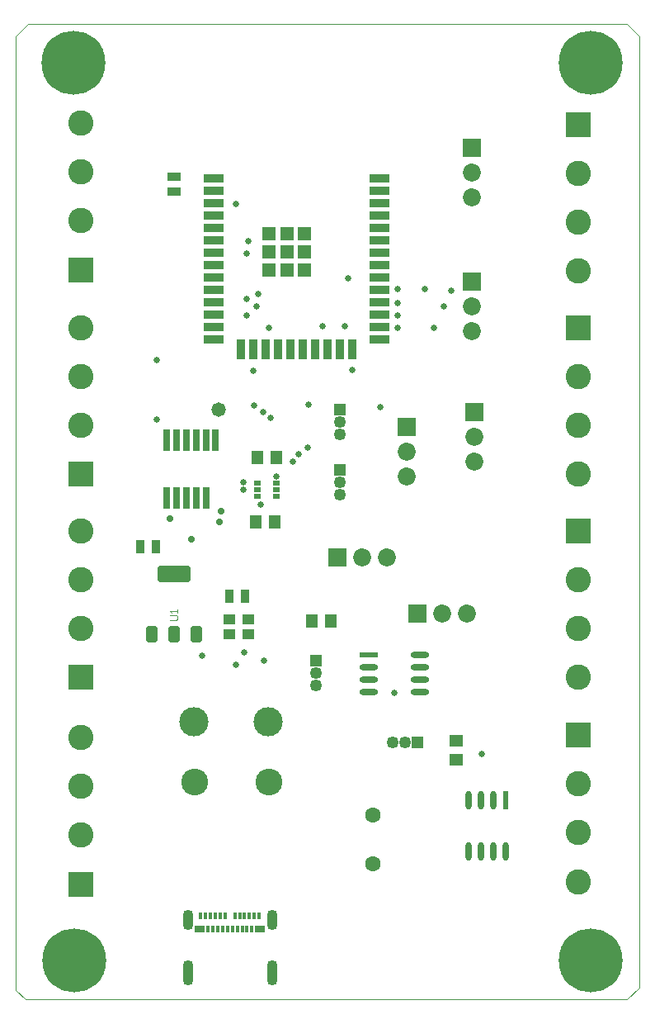
<source format=gts>
G04*
G04 #@! TF.GenerationSoftware,Altium Limited,Altium Designer,22.7.1 (60)*
G04*
G04 Layer_Color=8388736*
%FSLAX25Y25*%
%MOIN*%
G70*
G04*
G04 #@! TF.SameCoordinates,B0270450-B435-420B-BE19-FF0628D395ED*
G04*
G04*
G04 #@! TF.FilePolarity,Negative*
G04*
G01*
G75*
%ADD16C,0.00004*%
%ADD17C,0.00394*%
%ADD18R,0.01181X0.02756*%
%ADD19R,0.03937X0.02756*%
%ADD21R,0.04953X0.05756*%
%ADD24R,0.02410X0.07597*%
G04:AMPARAMS|DCode=25|XSize=75.97mil|YSize=24.1mil|CornerRadius=12.05mil|HoleSize=0mil|Usage=FLASHONLY|Rotation=270.000|XOffset=0mil|YOffset=0mil|HoleType=Round|Shape=RoundedRectangle|*
%AMROUNDEDRECTD25*
21,1,0.07597,0.00000,0,0,270.0*
21,1,0.05187,0.02410,0,0,270.0*
1,1,0.02410,0.00000,-0.02594*
1,1,0.02410,0.00000,0.02594*
1,1,0.02410,0.00000,0.02594*
1,1,0.02410,0.00000,-0.02594*
%
%ADD25ROUNDEDRECTD25*%
%ADD28R,0.03248X0.05217*%
G04:AMPARAMS|DCode=29|XSize=75.97mil|YSize=24.1mil|CornerRadius=12.05mil|HoleSize=0mil|Usage=FLASHONLY|Rotation=0.000|XOffset=0mil|YOffset=0mil|HoleType=Round|Shape=RoundedRectangle|*
%AMROUNDEDRECTD29*
21,1,0.07597,0.00000,0,0,0.0*
21,1,0.05187,0.02410,0,0,0.0*
1,1,0.02410,0.02594,0.00000*
1,1,0.02410,-0.02594,0.00000*
1,1,0.02410,-0.02594,0.00000*
1,1,0.02410,0.02594,0.00000*
%
%ADD29ROUNDEDRECTD29*%
%ADD30R,0.07597X0.02410*%
%ADD31R,0.05756X0.04953*%
%ADD32R,0.05217X0.03248*%
%ADD33R,0.05236X0.05236*%
%ADD34R,0.03543X0.07874*%
%ADD35R,0.07874X0.03543*%
%ADD36R,0.02769X0.08674*%
%ADD37R,0.02769X0.02375*%
%ADD38R,0.04737X0.03950*%
G04:AMPARAMS|DCode=39|XSize=43.43mil|YSize=65.09mil|CornerRadius=5.95mil|HoleSize=0mil|Usage=FLASHONLY|Rotation=180.000|XOffset=0mil|YOffset=0mil|HoleType=Round|Shape=RoundedRectangle|*
%AMROUNDEDRECTD39*
21,1,0.04343,0.05319,0,0,180.0*
21,1,0.03154,0.06509,0,0,180.0*
1,1,0.01190,-0.01577,0.02659*
1,1,0.01190,0.01577,0.02659*
1,1,0.01190,0.01577,-0.02659*
1,1,0.01190,-0.01577,-0.02659*
%
%ADD39ROUNDEDRECTD39*%
G04:AMPARAMS|DCode=40|XSize=132.02mil|YSize=65.09mil|CornerRadius=6mil|HoleSize=0mil|Usage=FLASHONLY|Rotation=180.000|XOffset=0mil|YOffset=0mil|HoleType=Round|Shape=RoundedRectangle|*
%AMROUNDEDRECTD40*
21,1,0.13202,0.05309,0,0,180.0*
21,1,0.12002,0.06509,0,0,180.0*
1,1,0.01200,-0.06001,0.02655*
1,1,0.01200,0.06001,0.02655*
1,1,0.01200,0.06001,-0.02655*
1,1,0.01200,-0.06001,-0.02655*
%
%ADD40ROUNDEDRECTD40*%
G04:AMPARAMS|DCode=41|XSize=43.31mil|YSize=82.68mil|CornerRadius=21.65mil|HoleSize=0mil|Usage=FLASHONLY|Rotation=0.000|XOffset=0mil|YOffset=0mil|HoleType=Round|Shape=RoundedRectangle|*
%AMROUNDEDRECTD41*
21,1,0.04331,0.03937,0,0,0.0*
21,1,0.00000,0.08268,0,0,0.0*
1,1,0.04331,0.00000,-0.01968*
1,1,0.04331,0.00000,-0.01968*
1,1,0.04331,0.00000,0.01968*
1,1,0.04331,0.00000,0.01968*
%
%ADD41ROUNDEDRECTD41*%
G04:AMPARAMS|DCode=42|XSize=43.31mil|YSize=102.36mil|CornerRadius=21.65mil|HoleSize=0mil|Usage=FLASHONLY|Rotation=0.000|XOffset=0mil|YOffset=0mil|HoleType=Round|Shape=RoundedRectangle|*
%AMROUNDEDRECTD42*
21,1,0.04331,0.05906,0,0,0.0*
21,1,0.00000,0.10236,0,0,0.0*
1,1,0.04331,0.00000,-0.02953*
1,1,0.04331,0.00000,-0.02953*
1,1,0.04331,0.00000,0.02953*
1,1,0.04331,0.00000,0.02953*
%
%ADD42ROUNDEDRECTD42*%
%ADD43C,0.10249*%
%ADD44R,0.10249X0.10249*%
%ADD45C,0.25800*%
%ADD46R,0.07284X0.07284*%
%ADD47C,0.07284*%
%ADD48C,0.11800*%
%ADD49R,0.07284X0.07284*%
%ADD50R,0.04934X0.04934*%
%ADD51C,0.04934*%
%ADD52R,0.04934X0.04934*%
%ADD53C,0.10800*%
%ADD54C,0.06312*%
%ADD55C,0.02572*%
%ADD56C,0.02800*%
%ADD57C,0.05800*%
D16*
X99410Y466535D02*
X341535D01*
X346457Y461614D01*
Y77756D02*
Y461614D01*
X341535Y72835D02*
X346457Y77756D01*
X98425Y72835D02*
X341535D01*
X94488Y76772D02*
X98425Y72835D01*
X94488Y76772D02*
Y461614D01*
X99410Y466535D01*
D17*
X156851Y226000D02*
X159475D01*
X160000Y226525D01*
Y227574D01*
X159475Y228099D01*
X156851D01*
X160000Y229149D02*
Y230198D01*
Y229673D01*
X156851D01*
X157376Y229149D01*
D18*
X169291Y106496D02*
D03*
X171260D02*
D03*
X173228D02*
D03*
X175197D02*
D03*
X177165D02*
D03*
X179134D02*
D03*
X183071D02*
D03*
X185039D02*
D03*
X187008D02*
D03*
X188976D02*
D03*
X190945D02*
D03*
X192913D02*
D03*
X189961Y101378D02*
D03*
X187992D02*
D03*
X186024D02*
D03*
X184055D02*
D03*
X182087D02*
D03*
X180118D02*
D03*
X178150D02*
D03*
X176181D02*
D03*
X174213D02*
D03*
X172244D02*
D03*
D19*
X168898D02*
D03*
X193307D02*
D03*
D21*
X191654Y265500D02*
D03*
X199346D02*
D03*
X192154Y291669D02*
D03*
X199846D02*
D03*
X221846Y225500D02*
D03*
X214154D02*
D03*
D24*
X292500Y153399D02*
D03*
D25*
X287500D02*
D03*
X282500D02*
D03*
X277500D02*
D03*
Y132601D02*
D03*
X282500D02*
D03*
X287500D02*
D03*
X292500D02*
D03*
D28*
X180850Y235500D02*
D03*
X187150D02*
D03*
X151150Y255500D02*
D03*
X144850D02*
D03*
D29*
X257899Y212000D02*
D03*
Y207000D02*
D03*
Y202000D02*
D03*
Y197000D02*
D03*
X237101D02*
D03*
Y202000D02*
D03*
Y207000D02*
D03*
D30*
Y212000D02*
D03*
D31*
X272500Y169654D02*
D03*
Y177346D02*
D03*
D32*
X158500Y405150D02*
D03*
Y398850D02*
D03*
D33*
X211287Y367457D02*
D03*
X204063D02*
D03*
X196839D02*
D03*
X211287Y374681D02*
D03*
X204063D02*
D03*
X196839D02*
D03*
X211287Y381906D02*
D03*
X204063D02*
D03*
X196839D02*
D03*
D34*
X230500Y335272D02*
D03*
X225500D02*
D03*
X220500D02*
D03*
X215500D02*
D03*
X210500D02*
D03*
X205500D02*
D03*
X200500D02*
D03*
X195500D02*
D03*
X190500D02*
D03*
X185500D02*
D03*
D35*
X241465Y404209D02*
D03*
Y399209D02*
D03*
Y394209D02*
D03*
Y389209D02*
D03*
Y384209D02*
D03*
Y379209D02*
D03*
Y374209D02*
D03*
Y369209D02*
D03*
Y364209D02*
D03*
Y359209D02*
D03*
Y354209D02*
D03*
Y349209D02*
D03*
Y344209D02*
D03*
Y339209D02*
D03*
X174535D02*
D03*
Y344209D02*
D03*
Y349209D02*
D03*
Y354209D02*
D03*
Y359209D02*
D03*
Y364209D02*
D03*
Y369209D02*
D03*
Y374209D02*
D03*
Y379209D02*
D03*
Y384209D02*
D03*
Y389209D02*
D03*
Y394209D02*
D03*
Y399209D02*
D03*
Y404209D02*
D03*
D36*
X171374Y275189D02*
D03*
X167437D02*
D03*
X163500D02*
D03*
X159563D02*
D03*
X155626D02*
D03*
Y298811D02*
D03*
X159563D02*
D03*
X163500D02*
D03*
X167437D02*
D03*
X171374D02*
D03*
X175311D02*
D03*
D37*
X192260Y281228D02*
D03*
Y278669D02*
D03*
Y276110D02*
D03*
X199740D02*
D03*
Y278669D02*
D03*
Y281228D02*
D03*
D38*
X188500Y220331D02*
D03*
Y226236D02*
D03*
X181000Y226283D02*
D03*
Y220378D02*
D03*
D39*
X149445Y220394D02*
D03*
X158500D02*
D03*
X167555D02*
D03*
D40*
X158500Y244606D02*
D03*
D41*
X164094Y104882D02*
D03*
X198110D02*
D03*
D42*
X164094Y83780D02*
D03*
X198110D02*
D03*
D43*
X321728Y406343D02*
D03*
Y386658D02*
D03*
Y366972D02*
D03*
Y120472D02*
D03*
Y140157D02*
D03*
Y159843D02*
D03*
Y284972D02*
D03*
Y304658D02*
D03*
Y324342D02*
D03*
Y202972D02*
D03*
Y222657D02*
D03*
Y242342D02*
D03*
X120772Y426528D02*
D03*
Y406843D02*
D03*
Y387158D02*
D03*
Y344028D02*
D03*
Y324342D02*
D03*
Y304658D02*
D03*
Y262028D02*
D03*
Y242342D02*
D03*
Y222657D02*
D03*
Y178528D02*
D03*
Y158843D02*
D03*
Y139157D02*
D03*
D44*
X321728Y426028D02*
D03*
Y179528D02*
D03*
Y344028D02*
D03*
Y262028D02*
D03*
X120772Y367472D02*
D03*
Y284972D02*
D03*
Y202972D02*
D03*
Y119472D02*
D03*
D45*
X326772Y88583D02*
D03*
X118110D02*
D03*
X327000Y451000D02*
D03*
X118000D02*
D03*
D46*
X257000Y228724D02*
D03*
X224500Y251224D02*
D03*
D47*
X267000Y228724D02*
D03*
X277000D02*
D03*
X252500Y284000D02*
D03*
Y294000D02*
D03*
X244500Y251224D02*
D03*
X234500D02*
D03*
X280000Y290000D02*
D03*
Y300000D02*
D03*
X278724Y342500D02*
D03*
Y352500D02*
D03*
Y396500D02*
D03*
Y406500D02*
D03*
D48*
X196500Y185000D02*
D03*
X166500D02*
D03*
D49*
X252500Y304000D02*
D03*
X280000Y310000D02*
D03*
X278724Y362500D02*
D03*
Y416500D02*
D03*
D50*
X225500Y286500D02*
D03*
Y311000D02*
D03*
X216000Y209500D02*
D03*
D51*
X225500Y281500D02*
D03*
Y276500D02*
D03*
Y306000D02*
D03*
Y301000D02*
D03*
X252000Y176500D02*
D03*
X247000D02*
D03*
X216000Y204500D02*
D03*
Y199500D02*
D03*
D52*
X257000Y176500D02*
D03*
D53*
X167000Y160500D02*
D03*
X197000D02*
D03*
D54*
X239000Y147343D02*
D03*
Y127657D02*
D03*
D55*
X188000Y349000D02*
D03*
X186500Y278500D02*
D03*
Y281500D02*
D03*
X193500Y272500D02*
D03*
X200000Y284000D02*
D03*
X206500Y290000D02*
D03*
X208954Y292954D02*
D03*
X212986Y313000D02*
D03*
X212546Y295546D02*
D03*
X197500Y307500D02*
D03*
X194500Y310000D02*
D03*
X191000Y312500D02*
D03*
X247500Y196500D02*
D03*
X283000Y172000D02*
D03*
X227500Y344500D02*
D03*
X260000Y359500D02*
D03*
X187000Y213000D02*
D03*
X170000Y211500D02*
D03*
X151500Y331000D02*
D03*
Y307000D02*
D03*
X192500Y357500D02*
D03*
X188000Y355500D02*
D03*
X192000Y352500D02*
D03*
X183500Y394000D02*
D03*
X229000Y364000D02*
D03*
X218500Y344500D02*
D03*
X242000Y312000D02*
D03*
X190500Y326500D02*
D03*
X197000Y344000D02*
D03*
X188500Y379000D02*
D03*
X188000Y374000D02*
D03*
X195000Y209500D02*
D03*
X183500Y208000D02*
D03*
X230500Y327000D02*
D03*
X263500Y344000D02*
D03*
X249000D02*
D03*
Y359500D02*
D03*
X270500Y359000D02*
D03*
X249000Y349000D02*
D03*
X267500Y352500D02*
D03*
X249000Y354000D02*
D03*
D56*
X177500Y270000D02*
D03*
X177000Y265500D02*
D03*
X165500Y258500D02*
D03*
X157000Y267000D02*
D03*
D57*
X176500Y311000D02*
D03*
M02*

</source>
